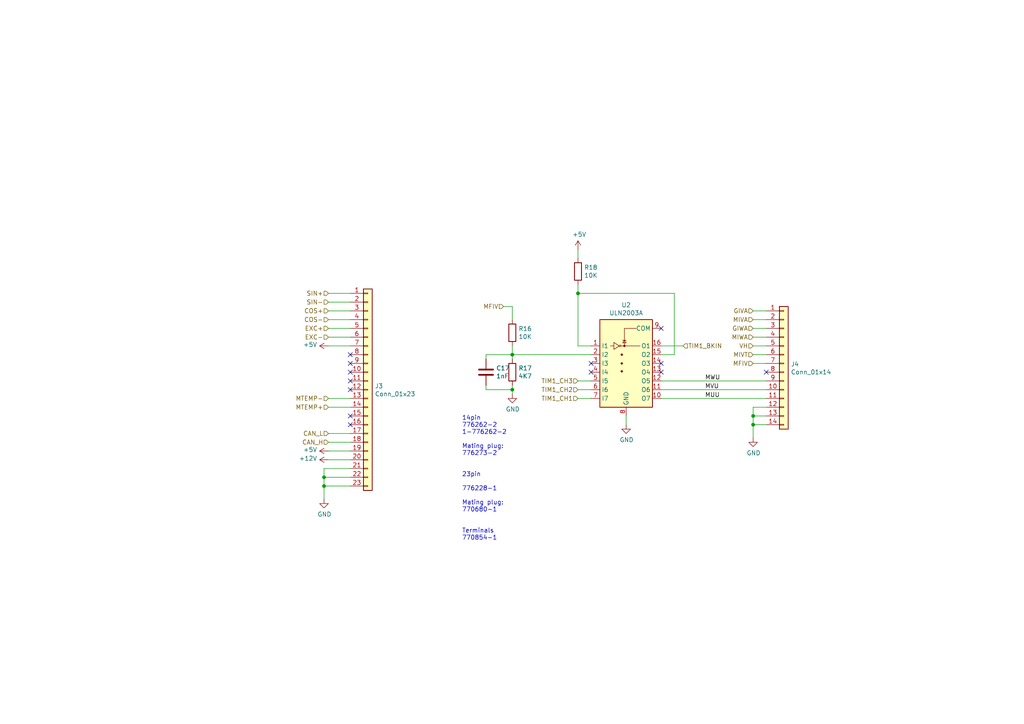
<source format=kicad_sch>
(kicad_sch (version 20211123) (generator eeschema)
  (paper "A4")
  (lib_symbols
    (symbol "Device:C" (pin_numbers hide) (pin_names (offset 0.254))
      (property "Reference" "C" (at 0.635 2.54 0))
      (property "Value" "C" (at 0.635 -2.54 0))
      (symbol "C_0_1"
        (polyline (pts (xy -2.032 -0.762) (xy 2.032 -0.762)) (stroke (width 0.508)))
        (polyline (pts (xy -2.032 0.762) (xy 2.032 0.762)) (stroke (width 0.508)))
      )
      (symbol "C_1_1"
        (pin passive line (at 0 3.81 270) (length 2.794) (name "~") (number "1"))
        (pin passive line (at 0 -3.81 90) (length 2.794) (name "~") (number "2"))
      )
    )
    (symbol "Device:R" (pin_numbers hide) (pin_names (offset 0))
      (property "Reference" "R" (at 2.032 0 90))
      (property "Value" "R" (at 0 0 90))
      (symbol "R_0_1"
        (rectangle (start -1.016 -2.54) (end 1.016 2.54) (stroke (width 0.254)))
      )
      (symbol "R_1_1"
        (pin passive line (at 0 3.81 270) (length 1.27) (name "~") (number "1"))
        (pin passive line (at 0 -3.81 90) (length 1.27) (name "~") (number "2"))
      )
    )
    (symbol "prius_gen2-rescue:+12V-power-prius_gen2-rescue" (power) (pin_names (offset 0))
      (property "Value" "+12V-power-prius_gen2-rescue" (at 0 3.556 0))
      (symbol "+12V-power-prius_gen2-rescue_0_1"
        (polyline (pts (xy -0.762 1.27) (xy 0 2.54)))
        (polyline (pts (xy 0 0) (xy 0 2.54)))
        (polyline (pts (xy 0 2.54) (xy 0.762 1.27)))
      )
      (symbol "+12V-power-prius_gen2-rescue_1_1"
        (pin power_in line (at 0 0 90) (length 0) hide (name "+12V") (number "1"))
      )
    )
    (symbol "prius_gen2-rescue:+5V-power-prius_gen2-rescue" (power) (pin_names (offset 0))
      (property "Value" "+5V-power-prius_gen2-rescue" (at 0 3.556 0))
      (symbol "+5V-power-prius_gen2-rescue_0_1"
        (polyline (pts (xy -0.762 1.27) (xy 0 2.54)))
        (polyline (pts (xy 0 0) (xy 0 2.54)))
        (polyline (pts (xy 0 2.54) (xy 0.762 1.27)))
      )
      (symbol "+5V-power-prius_gen2-rescue_1_1"
        (pin power_in line (at 0 0 90) (length 0) hide (name "+5V") (number "1"))
      )
    )
    (symbol "prius_gen2-rescue:Conn_01x14-Connector_Generic-prius_gen2-rescue" (pin_names (offset 1.016) hide)
      (property "Reference" "J" (at 0 17.78 0))
      (property "Value" "Conn_01x14-Connector_Generic-prius_gen2-rescue" (at 0 -20.32 0))
      (symbol "Conn_01x14-Connector_Generic-prius_gen2-rescue_1_1"
        (rectangle (start -1.27 -17.653) (end 0 -17.907) (stroke (width 0.1524)))
        (rectangle (start -1.27 -15.113) (end 0 -15.367) (stroke (width 0.1524)))
        (rectangle (start -1.27 -12.573) (end 0 -12.827) (stroke (width 0.1524)))
        (rectangle (start -1.27 -10.033) (end 0 -10.287) (stroke (width 0.1524)))
        (rectangle (start -1.27 -7.493) (end 0 -7.747) (stroke (width 0.1524)))
        (rectangle (start -1.27 -4.953) (end 0 -5.207) (stroke (width 0.1524)))
        (rectangle (start -1.27 -2.413) (end 0 -2.667) (stroke (width 0.1524)))
        (rectangle (start -1.27 0.127) (end 0 -0.127) (stroke (width 0.1524)))
        (rectangle (start -1.27 2.667) (end 0 2.413) (stroke (width 0.1524)))
        (rectangle (start -1.27 5.207) (end 0 4.953) (stroke (width 0.1524)))
        (rectangle (start -1.27 7.747) (end 0 7.493) (stroke (width 0.1524)))
        (rectangle (start -1.27 10.287) (end 0 10.033) (stroke (width 0.1524)))
        (rectangle (start -1.27 12.827) (end 0 12.573) (stroke (width 0.1524)))
        (rectangle (start -1.27 15.367) (end 0 15.113) (stroke (width 0.1524)))
        (rectangle (start -1.27 16.51) (end 1.27 -19.05) (stroke (width 0.254)) (fill (type background)))
        (pin passive line (at -5.08 15.24 0) (length 3.81) (name "Pin_1") (number "1"))
        (pin passive line (at -5.08 -7.62 0) (length 3.81) (name "Pin_10") (number "10"))
        (pin passive line (at -5.08 -10.16 0) (length 3.81) (name "Pin_11") (number "11"))
        (pin passive line (at -5.08 -12.7 0) (length 3.81) (name "Pin_12") (number "12"))
        (pin passive line (at -5.08 -15.24 0) (length 3.81) (name "Pin_13") (number "13"))
        (pin passive line (at -5.08 -17.78 0) (length 3.81) (name "Pin_14") (number "14"))
        (pin passive line (at -5.08 12.7 0) (length 3.81) (name "Pin_2") (number "2"))
        (pin passive line (at -5.08 10.16 0) (length 3.81) (name "Pin_3") (number "3"))
        (pin passive line (at -5.08 7.62 0) (length 3.81) (name "Pin_4") (number "4"))
        (pin passive line (at -5.08 5.08 0) (length 3.81) (name "Pin_5") (number "5"))
        (pin passive line (at -5.08 2.54 0) (length 3.81) (name "Pin_6") (number "6"))
        (pin passive line (at -5.08 0 0) (length 3.81) (name "Pin_7") (number "7"))
        (pin passive line (at -5.08 -2.54 0) (length 3.81) (name "Pin_8") (number "8"))
        (pin passive line (at -5.08 -5.08 0) (length 3.81) (name "Pin_9") (number "9"))
      )
    )
    (symbol "prius_gen2-rescue:Conn_01x23-Connector_Generic-prius_gen2-rescue" (pin_names (offset 1.016) hide)
      (property "Reference" "J" (at 0 30.48 0))
      (property "Value" "Conn_01x23-Connector_Generic-prius_gen2-rescue" (at 0 -30.48 0))
      (symbol "Conn_01x23-Connector_Generic-prius_gen2-rescue_1_1"
        (rectangle (start -1.27 -27.813) (end 0 -28.067) (stroke (width 0.1524)))
        (rectangle (start -1.27 -25.273) (end 0 -25.527) (stroke (width 0.1524)))
        (rectangle (start -1.27 -22.733) (end 0 -22.987) (stroke (width 0.1524)))
        (rectangle (start -1.27 -20.193) (end 0 -20.447) (stroke (width 0.1524)))
        (rectangle (start -1.27 -17.653) (end 0 -17.907) (stroke (width 0.1524)))
        (rectangle (start -1.27 -15.113) (end 0 -15.367) (stroke (width 0.1524)))
        (rectangle (start -1.27 -12.573) (end 0 -12.827) (stroke (width 0.1524)))
        (rectangle (start -1.27 -10.033) (end 0 -10.287) (stroke (width 0.1524)))
        (rectangle (start -1.27 -7.493) (end 0 -7.747) (stroke (width 0.1524)))
        (rectangle (start -1.27 -4.953) (end 0 -5.207) (stroke (width 0.1524)))
        (rectangle (start -1.27 -2.413) (end 0 -2.667) (stroke (width 0.1524)))
        (rectangle (start -1.27 0.127) (end 0 -0.127) (stroke (width 0.1524)))
        (rectangle (start -1.27 2.667) (end 0 2.413) (stroke (width 0.1524)))
        (rectangle (start -1.27 5.207) (end 0 4.953) (stroke (width 0.1524)))
        (rectangle (start -1.27 7.747) (end 0 7.493) (stroke (width 0.1524)))
        (rectangle (start -1.27 10.287) (end 0 10.033) (stroke (width 0.1524)))
        (rectangle (start -1.27 12.827) (end 0 12.573) (stroke (width 0.1524)))
        (rectangle (start -1.27 15.367) (end 0 15.113) (stroke (width 0.1524)))
        (rectangle (start -1.27 17.907) (end 0 17.653) (stroke (width 0.1524)))
        (rectangle (start -1.27 20.447) (end 0 20.193) (stroke (width 0.1524)))
        (rectangle (start -1.27 22.987) (end 0 22.733) (stroke (width 0.1524)))
        (rectangle (start -1.27 25.527) (end 0 25.273) (stroke (width 0.1524)))
        (rectangle (start -1.27 28.067) (end 0 27.813) (stroke (width 0.1524)))
        (rectangle (start -1.27 29.21) (end 1.27 -29.21) (stroke (width 0.254)) (fill (type background)))
        (pin passive line (at -5.08 27.94 0) (length 3.81) (name "Pin_1") (number "1"))
        (pin passive line (at -5.08 5.08 0) (length 3.81) (name "Pin_10") (number "10"))
        (pin passive line (at -5.08 2.54 0) (length 3.81) (name "Pin_11") (number "11"))
        (pin passive line (at -5.08 0 0) (length 3.81) (name "Pin_12") (number "12"))
        (pin passive line (at -5.08 -2.54 0) (length 3.81) (name "Pin_13") (number "13"))
        (pin passive line (at -5.08 -5.08 0) (length 3.81) (name "Pin_14") (number "14"))
        (pin passive line (at -5.08 -7.62 0) (length 3.81) (name "Pin_15") (number "15"))
        (pin passive line (at -5.08 -10.16 0) (length 3.81) (name "Pin_16") (number "16"))
        (pin passive line (at -5.08 -12.7 0) (length 3.81) (name "Pin_17") (number "17"))
        (pin passive line (at -5.08 -15.24 0) (length 3.81) (name "Pin_18") (number "18"))
        (pin passive line (at -5.08 -17.78 0) (length 3.81) (name "Pin_19") (number "19"))
        (pin passive line (at -5.08 25.4 0) (length 3.81) (name "Pin_2") (number "2"))
        (pin passive line (at -5.08 -20.32 0) (length 3.81) (name "Pin_20") (number "20"))
        (pin passive line (at -5.08 -22.86 0) (length 3.81) (name "Pin_21") (number "21"))
        (pin passive line (at -5.08 -25.4 0) (length 3.81) (name "Pin_22") (number "22"))
        (pin passive line (at -5.08 -27.94 0) (length 3.81) (name "Pin_23") (number "23"))
        (pin passive line (at -5.08 22.86 0) (length 3.81) (name "Pin_3") (number "3"))
        (pin passive line (at -5.08 20.32 0) (length 3.81) (name "Pin_4") (number "4"))
        (pin passive line (at -5.08 17.78 0) (length 3.81) (name "Pin_5") (number "5"))
        (pin passive line (at -5.08 15.24 0) (length 3.81) (name "Pin_6") (number "6"))
        (pin passive line (at -5.08 12.7 0) (length 3.81) (name "Pin_7") (number "7"))
        (pin passive line (at -5.08 10.16 0) (length 3.81) (name "Pin_8") (number "8"))
        (pin passive line (at -5.08 7.62 0) (length 3.81) (name "Pin_9") (number "9"))
      )
    )
    (symbol "prius_gen2-rescue:GND-power-prius_gen2-rescue" (power) (pin_names (offset 0))
      (property "Value" "GND-power-prius_gen2-rescue" (at 0 -3.81 0))
      (symbol "GND-power-prius_gen2-rescue_0_1"
        (polyline (pts (xy 0 0) (xy 0 -1.27) (xy 1.27 -1.27) (xy 0 -2.54) (xy -1.27 -1.27) (xy 0 -1.27)))
      )
      (symbol "GND-power-prius_gen2-rescue_1_1"
        (pin power_in line (at 0 0 270) (length 0) hide (name "GND") (number "1"))
      )
    )
    (symbol "prius_gen2-rescue:ULN2003A-Transistor_Array-prius_gen2-rescue"
      (property "Reference" "U" (at 0 15.875 0))
      (property "Value" "ULN2003A-Transistor_Array-prius_gen2-rescue" (at 0 13.97 0))
      (symbol "ULN2003A-Transistor_Array-prius_gen2-rescue_0_1"
        (rectangle (start -7.62 -12.7) (end 7.62 12.7) (stroke (width 0.254)) (fill (type background)))
        (circle (center -1.778 5.08) (radius 0.254))
        (circle (center -1.27 -2.286) (radius 0.254) (fill (type outline)))
        (circle (center -1.27 0) (radius 0.254) (fill (type outline)))
        (circle (center -1.27 2.54) (radius 0.254) (fill (type outline)))
        (circle (center -0.508 5.08) (radius 0.254) (fill (type outline)))
        (polyline (pts (xy -4.572 5.08) (xy -3.556 5.08)))
        (polyline (pts (xy -1.524 5.08) (xy 4.064 5.08)))
        (polyline (pts (xy 0 6.731) (xy -1.016 6.731)))
        (polyline (pts (xy -0.508 5.08) (xy -0.508 10.16) (xy 2.921 10.16)))
        (polyline (pts (xy -3.556 6.096) (xy -3.556 4.064) (xy -2.032 5.08) (xy -3.556 6.096)))
        (polyline (pts (xy 0 5.969) (xy -1.016 5.969) (xy -0.508 6.731) (xy 0 5.969)))
      )
      (symbol "ULN2003A-Transistor_Array-prius_gen2-rescue_1_1"
        (pin input line (at -10.16 5.08 0) (length 2.54) (name "I1") (number "1"))
        (pin open_collector line (at 10.16 -10.16 180) (length 2.54) (name "O7") (number "10"))
        (pin open_collector line (at 10.16 -7.62 180) (length 2.54) (name "O6") (number "11"))
        (pin open_collector line (at 10.16 -5.08 180) (length 2.54) (name "O5") (number "12"))
        (pin open_collector line (at 10.16 -2.54 180) (length 2.54) (name "O4") (number "13"))
        (pin open_collector line (at 10.16 0 180) (length 2.54) (name "O3") (number "14"))
        (pin open_collector line (at 10.16 2.54 180) (length 2.54) (name "O2") (number "15"))
        (pin open_collector line (at 10.16 5.08 180) (length 2.54) (name "O1") (number "16"))
        (pin input line (at -10.16 2.54 0) (length 2.54) (name "I2") (number "2"))
        (pin input line (at -10.16 0 0) (length 2.54) (name "I3") (number "3"))
        (pin input line (at -10.16 -2.54 0) (length 2.54) (name "I4") (number "4"))
        (pin input line (at -10.16 -5.08 0) (length 2.54) (name "I5") (number "5"))
        (pin input line (at -10.16 -7.62 0) (length 2.54) (name "I6") (number "6"))
        (pin input line (at -10.16 -10.16 0) (length 2.54) (name "I7") (number "7"))
        (pin power_in line (at 0 -15.24 90) (length 2.54) (name "GND") (number "8"))
        (pin passive line (at 10.16 10.16 180) (length 2.54) (name "COM") (number "9"))
      )
    )
  )
  (junction (at 167.64 85.09))
  (junction (at 93.98 140.97))
  (junction (at 93.98 138.43))
  (junction (at 218.44 120.65))
  (junction (at 148.59 113.03))
  (junction (at 218.44 123.19))
  (junction (at 148.59 102.87))
  (no_connect (at 101.6 123.19))
  (no_connect (at 191.77 95.25))
  (no_connect (at 101.6 107.95))
  (no_connect (at 191.77 105.41))
  (no_connect (at 171.45 107.95))
  (no_connect (at 101.6 102.87))
  (no_connect (at 101.6 110.49))
  (no_connect (at 191.77 107.95))
  (no_connect (at 101.6 113.03))
  (no_connect (at 101.6 105.41))
  (no_connect (at 101.6 120.65))
  (no_connect (at 171.45 105.41))
  (no_connect (at 222.25 107.95))
  (wire (pts (xy 222.25 113.03) (xy 191.77 113.03)))
  (wire (pts (xy 191.77 102.87) (xy 195.58 102.87)))
  (wire (pts (xy 95.25 95.25) (xy 101.6 95.25)))
  (wire (pts (xy 140.97 104.14) (xy 140.97 102.87)))
  (wire (pts (xy 95.25 125.73) (xy 101.6 125.73)))
  (wire (pts (xy 148.59 113.03) (xy 148.59 114.3)))
  (wire (pts (xy 101.6 130.81) (xy 95.25 130.81)))
  (wire (pts (xy 93.98 138.43) (xy 93.98 135.89)))
  (wire (pts (xy 167.64 82.55) (xy 167.64 85.09)))
  (wire (pts (xy 95.25 115.57) (xy 101.6 115.57)))
  (wire (pts (xy 101.6 140.97) (xy 93.98 140.97)))
  (wire (pts (xy 95.25 100.33) (xy 101.6 100.33)))
  (wire (pts (xy 195.58 85.09) (xy 167.64 85.09)))
  (wire (pts (xy 148.59 102.87) (xy 148.59 104.14)))
  (wire (pts (xy 95.25 92.71) (xy 101.6 92.71)))
  (wire (pts (xy 218.44 90.17) (xy 222.25 90.17)))
  (wire (pts (xy 93.98 144.78) (xy 93.98 140.97)))
  (wire (pts (xy 222.25 100.33) (xy 218.44 100.33)))
  (wire (pts (xy 95.25 133.35) (xy 101.6 133.35)))
  (wire (pts (xy 140.97 102.87) (xy 148.59 102.87)))
  (wire (pts (xy 93.98 140.97) (xy 93.98 138.43)))
  (wire (pts (xy 148.59 102.87) (xy 171.45 102.87)))
  (wire (pts (xy 191.77 110.49) (xy 222.25 110.49)))
  (wire (pts (xy 222.25 123.19) (xy 218.44 123.19)))
  (wire (pts (xy 195.58 102.87) (xy 195.58 85.09)))
  (wire (pts (xy 171.45 113.03) (xy 167.64 113.03)))
  (wire (pts (xy 101.6 118.11) (xy 95.25 118.11)))
  (wire (pts (xy 95.25 87.63) (xy 101.6 87.63)))
  (wire (pts (xy 218.44 120.65) (xy 218.44 118.11)))
  (wire (pts (xy 146.05 88.9) (xy 148.59 88.9)))
  (wire (pts (xy 101.6 138.43) (xy 93.98 138.43)))
  (wire (pts (xy 198.12 100.33) (xy 191.77 100.33)))
  (wire (pts (xy 167.64 100.33) (xy 171.45 100.33)))
  (wire (pts (xy 222.25 92.71) (xy 218.44 92.71)))
  (wire (pts (xy 181.61 120.65) (xy 181.61 123.19)))
  (wire (pts (xy 167.64 110.49) (xy 171.45 110.49)))
  (wire (pts (xy 101.6 90.17) (xy 95.25 90.17)))
  (wire (pts (xy 167.64 85.09) (xy 167.64 100.33)))
  (wire (pts (xy 218.44 102.87) (xy 222.25 102.87)))
  (wire (pts (xy 148.59 88.9) (xy 148.59 92.71)))
  (wire (pts (xy 167.64 72.39) (xy 167.64 74.93)))
  (wire (pts (xy 218.44 127) (xy 218.44 123.19)))
  (wire (pts (xy 101.6 97.79) (xy 95.25 97.79)))
  (wire (pts (xy 218.44 118.11) (xy 222.25 118.11)))
  (wire (pts (xy 191.77 115.57) (xy 222.25 115.57)))
  (wire (pts (xy 218.44 123.19) (xy 218.44 120.65)))
  (wire (pts (xy 218.44 97.79) (xy 222.25 97.79)))
  (wire (pts (xy 140.97 113.03) (xy 148.59 113.03)))
  (wire (pts (xy 101.6 128.27) (xy 95.25 128.27)))
  (wire (pts (xy 95.25 85.09) (xy 101.6 85.09)))
  (wire (pts (xy 140.97 111.76) (xy 140.97 113.03)))
  (wire (pts (xy 222.25 120.65) (xy 218.44 120.65)))
  (wire (pts (xy 148.59 100.33) (xy 148.59 102.87)))
  (wire (pts (xy 222.25 95.25) (xy 218.44 95.25)))
  (wire (pts (xy 222.25 105.41) (xy 218.44 105.41)))
  (wire (pts (xy 167.64 115.57) (xy 171.45 115.57)))
  (wire (pts (xy 148.59 111.76) (xy 148.59 113.03)))
  (wire (pts (xy 93.98 135.89) (xy 101.6 135.89)))
  (text "14pin\n776262-2\n1-776262-2\n\nMating plug:\n776273-2\n\n\n23pin\n\n776228-1\n\nMating plug:\n770680-1\n\n\nTerminals\n770854-1" (at 133.985 156.845 0) (effects (font (size 1.27 1.27)) (justify left bottom)))
  (label "MVU" (at 204.47 113.03 0))
  (label "MUU" (at 204.47 115.57 0))
  (label "MWU" (at 204.47 110.49 0))
  (hierarchical_label "TIM1_CH3" (shape input) (at 167.64 110.49 180))
  (hierarchical_label "TIM1_CH2" (shape input) (at 167.64 113.03 180))
  (hierarchical_label "CAN_H" (shape input) (at 95.25 128.27 180))
  (hierarchical_label "EXC-" (shape input) (at 95.25 97.79 180))
  (hierarchical_label "COS+" (shape input) (at 95.25 90.17 180))
  (hierarchical_label "MIVA" (shape input) (at 218.44 92.71 180))
  (hierarchical_label "TIM1_BKIN" (shape input) (at 198.12 100.33 0))
  (hierarchical_label "GIWA" (shape input) (at 218.44 95.25 180))
  (hierarchical_label "MTEMP-" (shape input) (at 95.25 115.57 180))
  (hierarchical_label "TIM1_CH1" (shape input) (at 167.64 115.57 180))
  (hierarchical_label "EXC+" (shape input) (at 95.25 95.25 180))
  (hierarchical_label "CAN_L" (shape input) (at 95.25 125.73 180))
  (hierarchical_label "MIVT" (shape input) (at 218.44 102.87 180))
  (hierarchical_label "MFIV" (shape input) (at 218.44 105.41 180))
  (hierarchical_label "SIN+" (shape input) (at 95.25 85.09 180))
  (hierarchical_label "MTEMP+" (shape input) (at 95.25 118.11 180))
  (hierarchical_label "VH" (shape input) (at 218.44 100.33 180))
  (hierarchical_label "MFIV" (shape input) (at 146.05 88.9 180))
  (hierarchical_label "SIN-" (shape input) (at 95.25 87.63 180))
  (hierarchical_label "MIWA" (shape input) (at 218.44 97.79 180))
  (hierarchical_label "GIVA" (shape input) (at 218.44 90.17 180))
  (hierarchical_label "COS-" (shape input) (at 95.25 92.71 180))
  (symbol (lib_id "prius_gen2-rescue:Conn_01x23-Connector_Generic-prius_gen2-rescue") (at 106.68 113.03 0) (unit 1)
    (property "Reference" "J3" (at 108.712 111.9632 0) (effects (justify left)))
    (property "Value" "Conn_01x23" (at 108.712 114.2746 0) (effects (justify left)))
    (property "Footprint" "Downloads:TE_776228-1" (effects hide))
  )
  (symbol (lib_id "prius_gen2-rescue:Conn_01x14-Connector_Generic-prius_gen2-rescue") (at 227.33 105.41 0) (unit 1)
    (property "Reference" "J4" (at 229.362 105.6132 0) (effects (justify left)))
    (property "Value" "Conn_01x14" (at 229.362 107.9246 0) (effects (justify left)))
    (property "Footprint" "Downloads:TE_776262-2" (effects hide))
  )
  (symbol (lib_id "prius_gen2-rescue:GND-power-prius_gen2-rescue") (at 218.44 127 0) (unit 1)
    (property "Reference" "#PWR039" (effects hide))
    (property "Value" "GND" (at 218.567 131.3942 0))
  )
  (symbol (lib_id "prius_gen2-rescue:+5V-power-prius_gen2-rescue") (at 95.25 130.81 90) (unit 1)
    (property "Reference" "#PWR033" (effects hide))
    (property "Value" "+5V" (at 91.9988 130.429 90) (effects (justify left)))
  )
  (symbol (lib_id "prius_gen2-rescue:GND-power-prius_gen2-rescue") (at 93.98 144.78 0) (unit 1)
    (property "Reference" "#PWR032" (effects hide))
    (property "Value" "GND" (at 94.107 149.1742 0))
  )
  (symbol (lib_id "prius_gen2-rescue:+12V-power-prius_gen2-rescue") (at 95.25 133.35 90) (unit 1)
    (property "Reference" "#PWR034" (effects hide))
    (property "Value" "+12V" (at 91.9988 132.969 90) (effects (justify left)))
  )
  (symbol (lib_id "prius_gen2-rescue:+5V-power-prius_gen2-rescue") (at 95.25 100.33 90) (unit 1)
    (property "Reference" "#PWR035" (effects hide))
    (property "Value" "+5V" (at 91.9988 99.949 90) (effects (justify left)))
  )
  (symbol (lib_id "prius_gen2-rescue:ULN2003A-Transistor_Array-prius_gen2-rescue") (at 181.61 105.41 0) (unit 1)
    (property "Reference" "U2" (at 181.61 88.4682 0))
    (property "Value" "ULN2003A" (at 181.61 90.7796 0))
    (property "Footprint" "Package_SO:SOIC-16_4.55x10.3mm_P1.27mm" (effects hide))
    (property "Datasheet" "http://www.ti.com/lit/ds/symlink/uln2003a.pdf" (effects hide))
  )
  (symbol (lib_id "Device:R") (at 167.64 78.74 0) (unit 1)
    (property "Reference" "R18" (at 169.418 77.5716 0) (effects (justify left)))
    (property "Value" "10K" (at 169.418 79.883 0) (effects (justify left)))
    (property "Footprint" "Resistor_SMD:R_0603_1608Metric" (effects hide))
    (property "LCSC" "C25804" (effects hide))
  )
  (symbol (lib_id "prius_gen2-rescue:+5V-power-prius_gen2-rescue") (at 167.64 72.39 0) (unit 1)
    (property "Reference" "#PWR037" (effects hide))
    (property "Value" "+5V" (at 168.021 67.9958 0))
  )
  (symbol (lib_id "prius_gen2-rescue:GND-power-prius_gen2-rescue") (at 148.59 114.3 0) (unit 1)
    (property "Reference" "#PWR036" (effects hide))
    (property "Value" "GND" (at 148.717 118.6942 0))
  )
  (symbol (lib_id "Device:C") (at 140.97 107.95 0) (unit 1)
    (property "Reference" "C17" (at 143.891 106.7816 0) (effects (justify left)))
    (property "Value" "1nF" (at 143.891 109.093 0) (effects (justify left)))
    (property "Footprint" "Capacitor_SMD:C_0603_1608Metric" (effects hide))
  )
  (symbol (lib_id "Device:R") (at 148.59 107.95 0) (unit 1)
    (property "Reference" "R17" (at 150.368 106.7816 0) (effects (justify left)))
    (property "Value" "4K7" (at 150.368 109.093 0) (effects (justify left)))
    (property "Footprint" "Resistor_SMD:R_0603_1608Metric" (effects hide))
  )
  (symbol (lib_id "Device:R") (at 148.59 96.52 0) (unit 1)
    (property "Reference" "R16" (at 150.368 95.3516 0) (effects (justify left)))
    (property "Value" "10K" (at 150.368 97.663 0) (effects (justify left)))
    (property "Footprint" "Resistor_SMD:R_0603_1608Metric" (effects hide))
    (property "LCSC" "C25804" (effects hide))
  )
  (symbol (lib_id "prius_gen2-rescue:GND-power-prius_gen2-rescue") (at 181.61 123.19 0) (unit 1)
    (property "Reference" "#PWR038" (effects hide))
    (property "Value" "GND" (at 181.737 127.5842 0))
  )
)
</source>
